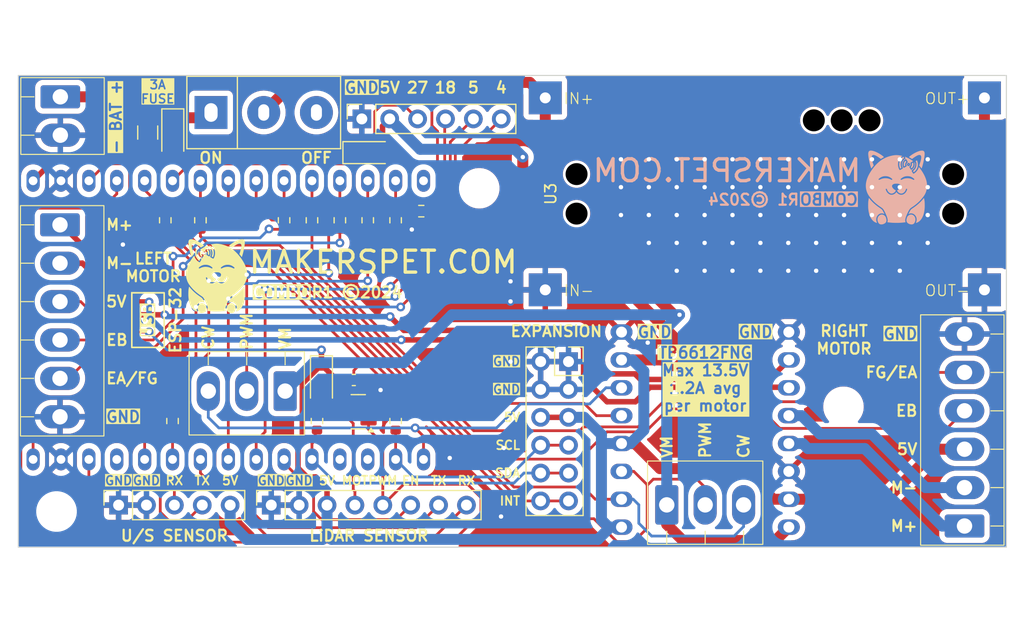
<source format=kicad_pcb>
(kicad_pcb (version 20240108) (generator "pcbnew") (generator_version "8.0")
  (title_block (title "ESP32 Combo PCB") (date "2024-04-05") (rev "0.1.0") (company "makerspet.com"))
  (layers (0 "F.Cu" signal) (31 "B.Cu" signal) (34 "B.Paste" user) (35 "F.Paste" user) (36 "B.SilkS" user "B.Silkscreen") (37 "F.SilkS" user "F.Silkscreen") (38 "B.Mask" user) (39 "F.Mask" user) (44 "Edge.Cuts" user))
  (net 0 "")
  (net 1 "+5V")
  (net 2 "GND")
  (net 3 "Net-(D1-K)")
  (net 4 "Net-(D2-K)")
  (net 5 "Net-(D2-A)")
  (net 6 "/MOT")
  (net 7 "Vdrive")
  (net 8 "/M+LEFT")
  (net 9 "/M-LEFT")
  (net 10 "/EB_LEFT")
  (net 11 "/EA_LEFT_FG")
  (net 12 "/M+RIGHT")
  (net 13 "/M-RIGHT")
  (net 14 "/EB_RIGHT")
  (net 15 "/EA_RIGHT_FG")
  (net 16 "/PWM_LEFT")
  (net 17 "/CW_LEFT")
  (net 18 "/PWM_RIGHT")
  (net 19 "/CW_RIGHT")
  (net 20 "/LDS_PWM")
  (net 21 "/LDS_RX")
  (net 22 "/LDS_EN")
  (net 23 "/GPIO12_OUT_STRAP")
  (net 24 "/I2C_SCL")
  (net 25 "/I2C_SDA")
  (net 26 "/I2C_INT")
  (net 27 "/GPIO27")
  (net 28 "/GPIO18")
  (net 29 "/GPIO5_BOOT_STRAP")
  (net 30 "/GPIO4")
  (net 31 "+3V3")
  (net 32 "/ENC_B_LEFT")
  (net 33 "/ENC_A_LEFT_FG")
  (net 34 "/GPIO39_IN")
  (net 35 "/ENC_B_RIGHT")
  (net 36 "/ENC_A_RIGHT_FG")
  (net 37 "/BAT_ADC")
  (net 38 "/LDS_TX")
  (net 40 "Net-(J1-Pin_1)")
  (net 41 "Net-(J6-Pin_3)")
  (net 42 "Net-(J9-Pin_7)")
  (footprint "Resistor_SMD:R_0603_1608Metric" (layer "F.Cu") (at 53.3908 43.2 90)
    (property "Reference" "R10" (hide yes))
    (property "Value" "10k")
  )
  (footprint "Resistor_SMD:R_0603_1608Metric" (layer "F.Cu") (at 67.2084 61.5 -90)
    (property "Reference" "R9" (hide yes))
    (property "Value" "10k")
  )
  (footprint "Resistor_SMD:R_0603_1608Metric" (layer "F.Cu") (at 69.2912 43.2 -90)
    (property "Reference" "R2" (hide yes))
    (property "Value" "10k")
  )
  (footprint "Makerspet:Terminal_Block_2p_3.5mm_SideEntry" (layer "F.Cu") (at 43.8306 31.9454 -90)
    (property "Reference" "J1" (hide yes))
    (property "Value" "TERM BLK 3.5MM 2P SIDE")
  )
  (footprint "Makerspet:SWITCH" (layer "F.Cu") (at 62.357 33.3756)
    (property "Reference" "SW1" (hide yes))
    (property "Value" "SS12D10")
  )
  (footprint "Makerspet:Terminal_Block_6p_3.5mm_SideEntry" (layer "F.Cu") (at 43.8 43.6135 -90)
    (property "Reference" "J2" (hide yes))
    (property "Value" "TERM BLK 3.5MM 6P SIDE")
  )
  (footprint "Diode_SMD:D_SOD-123F" (layer "F.Cu") (at 67.6148 57.7596 -90)
    (property "Reference" "D3" (hide yes))
    (property "Value" "FS26")
  )
  (footprint "Diode_SMD:D_SOD-123F" (layer "F.Cu") (at 71.7804 37.0332)
    (property "Reference" "D1" (hide yes))
    (property "Value" "FS26")
  )
  (footprint "Fuse:Fuse_1206_3216Metric" (layer "F.Cu") (at 51.7906 35.2044 -90)
    (property "Reference" "F1" (hide yes))
    (property "Value" "0685T3000-01")
  )
  (footprint "Resistor_SMD:R_0603_1608Metric" (layer "F.Cu") (at 76.708 42.3672)
    (property "Reference" "R5" (hide yes))
    (property "Value" "200k")
  )
  (footprint "Resistor_SMD:R_0603_1608Metric" (layer "F.Cu") (at 64.2112 43.2 -90)
    (property "Reference" "R1" (hide yes))
    (property "Value" "10k")
  )
  (footprint "MountingHole:MountingHole_3.2mm_M3" (layer "F.Cu") (at 115.1636 60.198 90)
    (property "Reference" "H2" (hide yes))
    (property "Value" "MountingHole")
  )
  (footprint "Resistor_SMD:R_0603_1608Metric" (layer "F.Cu") (at 71.8312 43.2 -90)
    (property "Reference" "R7" (hide yes))
    (property "Value" "10k")
  )
  (footprint "Connector_PinSocket_2.54mm:PinSocket_2x06_P2.54mm_Vertical" (layer "F.Cu") (at 90.1192 56.0832)
    (property "Reference" "J8" (hide yes))
    (property "Value" "SKT 2x6PIN VERT 2.54MM")
  )
  (footprint "Makerspet:TB6612FNG Module" (layer "F.Cu") (at 102.5652 62.2808 90)
    (property "Reference" "U1" (hide yes))
    (property "Value" "TB6612FNG Module")
  )
  (footprint "Resistor_SMD:R_0603_1608Metric" (layer "F.Cu") (at 54.0512 61.5 90)
    (property "Reference" "R11" (hide yes))
    (property "Value" "10k")
  )
  (footprint "Makerspet:Maker's Pet Logo 7mm" (layer "F.Cu") (at 58.0644 48.2854)
    (property "Reference" "G***" (hide yes))
    (property "Value" "LOGO" (hide yes))
  )
  (footprint "Makerspet:Terminal_Block_6p_3.5mm_SideEntry" (layer "F.Cu") (at 126.1872 71.0692 90)
    (property "Reference" "J3" (hide yes))
    (property "Value" "TERM BLK 3.5MM 6P SIDE")
  )
  (footprint "Connector_PinSocket_2.54mm:PinSocket_1x06_P2.54mm_Vertical" (layer "F.Cu") (at 71.2924 33.9602 90)
    (property "Reference" "J7" (hide yes))
    (property "Value" "HDR SKT 6PIN VERT 2.54MM")
  )
  (footprint "MountingHole:MountingHole_3.2mm_M3" (layer "F.Cu") (at 81.9912 40.2844)
    (property "Reference" "H3" (hide yes))
    (property "Value" "MountingHole")
  )
  (footprint "Makerspet:Terminal_Block_3p_3.5mm_SideEntry" (layer "F.Cu") (at 64.3076 58.7708 180)
    (property "Reference" "J4" (hide yes))
    (property "Value" "TERM BLK 3.5MM 3P SIDE")
  )
  (footprint "Resistor_SMD:R_0603_1608Metric" (layer "F.Cu") (at 66.7512 43.2 -90)
    (property "Reference" "R4" (hide yes))
    (property "Value" "10k")
  )
  (footprint "Resistor_SMD:R_0603_1608Metric" (layer "F.Cu") (at 56.5912 43.2 -90)
    (property "Reference" "R3" (hide yes))
    (property "Value" "10k")
  )
  (footprint "Diode_SMD:D_SOD-123F" (layer "F.Cu") (at 54.0766 35.2552 -90)
    (property "Reference" "D2" (hide yes))
    (property "Value" "FS26")
  )
  (footprint "Package_TO_SOT_SMD:SOT-23" (layer "F.Cu") (at 70.9676 60.6552 180)
    (property "Reference" "Q1" (hide yes))
    (property "Value" "AS2302")
  )
  (footprint "Makerspet:Terminal_Block_3p_3.5mm_SideEntry" (layer "F.Cu") (at 99.0654 69.1436)
    (property "Reference" "J5" (hide yes))
    (property "Value" "TERM BLK 3.5MM 3P SIDE")
  )
  (footprint "Resistor_SMD:R_0603_1608Metric" (layer "F.Cu") (at 74.3712 43.2 90)
    (property "Reference" "R6" (hide yes))
    (property "Value" "20k")
  )
  (footprint "Resistor_SMD:R_0603_1608Metric" (layer "F.Cu") (at 74.3712 61.5 -90)
    (property "Reference" "R8" (hide yes))
    (property "Value" "10k")
  )
  (footprint "Connector_PinSocket_2.54mm:PinSocket_1x08_P2.54mm_Vertical" (layer "F.Cu") (at 63.0428 69.1646 90)
    (property "Reference" "J9" (hide yes))
    (property "Value" "HDR SKT 8PIN VERT 2.54MM")
  )
  (footprint "Capacitor_SMD:C_0603_1608Metric" (layer "F.Cu") (at 70.5612 57.7596)
    (property "Reference" "C1" (hide yes))
    (property "Value" "22uF 6.3V")
  )
  (footprint "Makerspet:ESP-32" (layer "F.Cu") (at 59.1312 52.3)
    (property "Reference" "U2" (hide yes))
    (property "Value" "ESP32 DEV KIT Module 30-pin")
  )
  (footprint "MountingHole:MountingHole_3.2mm_M3" (layer "F.Cu") (at 43.4848 69.7484)
    (property "Reference" "H1" (hide yes))
    (property "Value" "MountingHole")
  )
  (footprint "Connector_PinSocket_2.54mm:PinSocket_1x05_P2.54mm_Vertical" (layer "F.Cu") (at 49.1386 69.1646 90)
    (property "Reference" "J6" (hide yes))
    (property "Value" "HDR SKT 5PIN VERT 2.54MM")
  )
  (footprint "Makerspet:LM2596 Module SMD" (layer "F.Cu") (at 108.0008 40.7924)
    (property "Reference" "U3")
    (property "Value" "LM2596 Module")
  )
  (footprint "Makerspet:Maker's Pet Logo 7mm" (layer "B.Cu") (at 119.9896 40.2082 180)
    (property "Reference" "G***" (hide yes))
    (property "Value" "LOGO" (hide yes))
  )
  (gr_rect (start 50.3428 49.8108) (end 53.2892 54.7892) (stroke (width 0.15)) (fill none) (layer "F.SilkS"))
  (gr_rect (start 40 30) (end 130 73) (stroke (width 0.1)) (fill none) (layer "Edge.Cuts"))
  (gr_text "COMBO  " (at 116.586 41.91 0) (layer "B.SilkS" knockout) (effects (font (size 1 1) (thickness 0.2) (bold yes)) (justify left bottom mirror)))
  (gr_text "R1 ©2024" (at 111.2266 41.91 0) (layer "B.SilkS") (effects (font (size 1 1) (thickness 0.2) (bold yes)) (justify left bottom mirror)))
  (gr_text "MAKERSPET.COM" (at 116.9416 39.8526 0) (layer "B.SilkS") (effects (font (size 2 2) (thickness 0.3)) (justify left bottom mirror)))
  (gr_text "GND" (at 71.2924 31.6992 0) (layer "F.SilkS" knockout) (effects (font (size 1 1) (thickness 0.2) (bold yes)) (justify bottom)))
  (gr_text "5V" (at 47.9 50.6135 0) (layer "F.SilkS") (effects (font (size 1 1) (thickness 0.2) (bold yes)) (justify left)))
  (gr_text "U/S SENSOR" (at 54.2186 72.5424 0) (layer "F.SilkS") (effects (font (size 1 1) (thickness 0.2) (bold yes)) (justify bottom)))
  (gr_text "RX" (at 54.2186 67.4 0) (layer "F.SilkS") (effects (font (size 0.8 0.8) (thickness 0.16) (bold yes)) (justify bottom)))
  (gr_text "27" (at 76.3724 31.6992 0) (layer "F.SilkS") (effects (font (size 1 1) (thickness 0.2) (bold yes)) (justify bottom)))
  (gr_text "GND" (at 63.0428 67.4 0) (layer "F.SilkS" knockout) (effects (font (size 0.8 0.8) (thickness 0.16) (bold yes)) (justify bottom)))
  (gr_text "CW" (at 57.3076 55.1 90) (layer "F.SilkS") (effects (font (size 1 1) (thickness 0.2) (bold yes)) (justify left)))
  (gr_text "EA/FG" (at 47.9 57.6135 0) (layer "F.SilkS") (effects (font (size 1 1) (thickness 0.2) (bold yes)) (justify left)))
  (gr_text "LEFT\nMOTOR" (at 52.3 47.5 0) (layer "F.SilkS") (effects (font (size 1 1) (thickness 0.2) (bold yes))))
  (gr_text "VM" (at 64.3076 55.1 90) (layer "F.SilkS") (effects (font (size 1 1) (thickness 0.2) (bold yes)) (justify left)))
  (gr_text "M+" (at 47.9 43.6135 0) (layer "F.SilkS") (effects (font (size 1 1) (thickness 0.2) (bold yes)) (justify left)))
  (gr_text "M+" (at 122 71.0692 0) (layer "F.SilkS") (effects (font (size 1 1) (thickness 0.2) (bold yes)) (justify right)))
  (gr_text "VM" (at 99.0654 65 90) (layer "F.SilkS") (effects (font (size 1 1) (thickness 0.2) (bold yes)) (justify left)))
  (gr_text "RX" (at 80.8228 67.4 0) (layer "F.SilkS") (effects (font (size 0.8 0.8) (thickness 0.16) (bold yes)) (justify bottom)))
  (gr_text "3A\nFUSE" (at 52.7 32.6 0) (layer "F.SilkS" knockout) (effects (font (size 0.8 0.8) (thickness 0.15) (bold yes)) (justify bottom)))
  (gr_text "SCL" (at 85.8 63.7032 0) (layer "F.SilkS") (effects (font (size 0.8 0.8) (thickness 0.16) (bold yes)) (justify right)))
  (gr_text "Max 13.5V\n1.2A avg\nper motor" (at 102.5652 58.5 0) (layer "F.SilkS" knockout) (effects (font (size 1 1) (thickness 0.2) (bold yes))))
  (gr_text "INT" (at 85.8 68.7832 0) (layer "F.SilkS") (effects (font (size 0.8 0.8) (thickness 0.16) (bold yes)) (justify right)))
  (gr_text "FG/EA" (at 122 57.0692 0) (layer "F.SilkS") (effects (font (size 1 1) (thickness 0.2) (bold yes)) (justify right)))
  (gr_text "OFF" (at 67.157 38.1 0) (layer "F.SilkS") (effects (font (size 1 1) (thickness 0.2) (bold yes)) (justify bottom)))
  (gr_text "GND" (at 65.5828 67.4 0) (layer "F.SilkS" knockout) (effects (font (size 0.8 0.8) (thickness 0.16) (bold yes)) (justify bottom)))
  (gr_text "R1 ©2024" (at 66.5988 50.3682 0) (layer "F.SilkS") (effects (font (size 1 1) (thickness 0.2) (bold yes)) (justify left bottom)))
  (gr_text "5V" (at 122 64.0692 0) (layer "F.SilkS") (effects (font (size 1 1) (thickness 0.2) (bold yes)) (justify right)))
  (gr_text "- BAT +" (at 49.4792 37.2364 90) (layer "F.SilkS" knockout) (effects (font (size 1 1) (thickness 0.2) (bold yes)) (justify left bottom)))
  (gr_text "TX" (at 56.7586 67.4 0) (layer "F.SilkS") (effects (font (size 0.8 0.8) (thickness 0.16) (bold yes)) (justify bottom)))
  (gr_text "MOT" (at 70.6628 67.4 0) (layer "F.SilkS") (effects (font (size 0.8 0.8) (thickness 0.16) (bold yes)) (justify bottom)))
  (gr_text "EN" (at 75.7428 67.4 0) (layer "F.SilkS") (effects (font (size 0.8 0.8) (thickness 0.16) (bold yes)) (justify bottom)))
  (gr_text "PWM" (at 60.8076 55.1 90) (layer "F.SilkS") (effects (font (size 1 1) (thickness 0.2) (bold yes)) (justify left)))
  (gr_text "PWM" (at 73.2028 67.4 0) (layer "F.SilkS") (effects (font (size 0.8 0.8) (thickness 0.16) (bold yes)) (justify bottom)))
  (gr_text "SDA" (at 85.8 66.2432 0) (layer "F.SilkS") (effects (font (size 0.8 0.8) (thickness 0.16) (bold yes)) (justify right)))
  (gr_text "COMBO  " (at 61.2394 50.3682 0) (layer "F.SilkS" knockout) (effects (font (size 1 1) (thickness 0.2) (bold yes)) (justify left bottom)))
  (gr_text "5V" (at 85.8 61.1632 0) (layer "F.SilkS") (effects (font (size 0.8 0.8) (thickness 0.16) (bold yes)) (justify right)))
  (gr_text "M-" (at 122 67.5692 0) (layer "F.SilkS") (effects (font (size 1 1) (thickness 0.2) (bold yes)) (justify right)))
  (gr_text "GND" (at 85.8 58.6232 0) (layer "F.SilkS" knockout) (effects (font (size 0.8 0.8) (thickness 0.16) (bold yes)) (justify right)))
  (gr_text "LiDAR SENSOR" (at 71.9328 72.5424 0) (layer "F.SilkS") (effects (font (size 1 1) (thickness 0.2) (bold yes)) (justify bottom)))
  (gr_text "5V" (at 68.1228 67.4 0) (layer "F.SilkS") (effects (font (size 0.8 0.8) (thickness 0.16) (bold yes)) (justify bottom)))
  (gr_text "EXPANSION" (at 84.7344 53.8988 0) (layer "F.SilkS") (effects (font (size 1 1) (thickness 0.2) (bold yes)) (justify left bottom)))
  (gr_text "GND" (at 51.6786 67.4 0) (layer "F.SilkS" knockout) (effects (font (size 0.8 0.8) (thickness 0.16) (bold yes)) (justify bottom)))
  (gr_text "GND" (at 122 53.5692 0) (layer "F.SilkS" knockout) (effects (font (size 1 1) (thickness 0.2) (bold yes)) (justify right)))
  (gr_text "USB" (at 51.816 52.3 90) (layer "F.SilkS" knockout) (effects (font (size 1 1) (thickness 0.2) (bold yes))))
  (gr_text "M-" (at 47.9 47.1135 0) (layer "F.SilkS") (effects (font (size 1 1) (thickness 0.2) (bold yes)) (justify left)))
  (gr_text "GND" (at 85.8 56.0832 0) (layer "F.SilkS" knockout) (effects (font (size 0.8 0.8) (thickness 0.16) (bold yes)) (justify right)))
  (gr_text "18" (at 78.9124 31.6992 0) (layer "F.SilkS") (effects (font (size 1 1) (thickness 0.2) (bold yes)) (justify bottom)))
  (gr_text "PWM" (at 102.5654 65 90) (layer "F.SilkS") (effects (font (size 1 1) (thickness 0.2) (bold yes)) (justify left)))
  (gr_text "4" (at 83.9924 31.6992 0) (layer "F.SilkS") (effects (font (size 1 1) (thickness 0.2) (bold yes)) (justify bottom)))
  (gr_text "CW" (at 106.0654 65 90) (layer "F.SilkS") (effects (font (size 1 1) (thickness 0.2) (bold yes)) (justify left)))
  (gr_text "EB" (at 122 60.5692 0) (layer "F.SilkS") (effects (font (size 1 1) (thickness 0.2) (bold yes)) (justify right)))
  (gr_text "5" (at 81.4524 31.6992 0) (layer "F.SilkS") (effects (font (size 1 1) (thickness 0.2) (bold yes)) (justify bottom)))
  (gr_text "TX" (at 78.2828 67.4 0) (layer "F.SilkS") (effects (font (size 0.8 0.8) (thickness 0.16) (bold yes)) (justify bottom)))
  (gr_text "5V" (at 59.2986 67.4 0) (layer "F.SilkS") (effects (font (size 0.8 0.8) (thickness 0.16) (bold yes)) (justify bottom)))
  (gr_text "GND" (at 49.1386 67.4 0) (layer "F.SilkS" knockout) (effects (font (size 0.8 0.8) (thickness 0.16) (bold yes)) (justify bottom)))
  (gr_text "ON" (at 57.557 38.1 0) (layer "F.SilkS") (effects (font (size 1 1) (thickness 0.2) (bold yes)) (justify bottom)))
  (gr_text "EB" (at 47.9 54.1135 0) (layer "F.SilkS") (effects (font (size 1 1) (thickness 0.2) (bold yes)) (justify left)))
  (gr_text "MAKERSPET.COM" (at 60.8584 48.1838 0) (layer "F.SilkS") (effects (font (size 2 2) (thickness 0.3)) (justify left bottom)))
  (gr_text "RIGHT\nMOTOR" (at 115.2144 54.102 0) (layer "F.SilkS") (effects (font (size 1 1) (thickness 0.2) (bold yes))))
  (gr_text "GND" (at 47.9 61.1135 0) (layer "F.SilkS" knockout) (effects (font (size 1 1) (thickness 0.2) (bold yes)) (justify left)))
  (gr_text "5V" (at 73.8324 31.6992 0) (layer "F.SilkS") (effects (font (size 1 1) (thickness 0.2) (bold yes)) (justify bottom)))
  (segment (start 73.1804 37.0332) (end 73.1804 34.6122) (width 0.5) (layer "F.Cu") (net 1))
  (segment (start 85.9536 37.4396) (end 85.9536 43.2308) (width 1) (layer "F.Cu") (net 1))
  (segment (start 128.0008 43.8556) (end 121.4628 50.3936) (width 1) (layer "F.Cu") (net 1))
  (segment (start 65.4812 63.62) (end 65.8714 63.2298) (width 0.5) (layer "F.Cu") (net 1))
  (segment (start 98.4504 65.8368) (end 96.1644 63.5508) (width 1) (layer "F.Cu") (net 1))
  (segment (start 68.1228 67.6228) (end 67.1 66.6) (width 0.5) (layer "F.Cu") (net 1))
  (segment (start 66.3 66.6) (end 65.4812 65.7812) (width 0.5) (layer "F.Cu") (net 1))
  (segment (start 48.4614 53.389) (end 45.6859 50.6135) (width 0.25) (layer "F.Cu") (net 1))
  (segment (start 67.6148 56.3596) (end 67.6148 55.0164) (width 0.5) (layer "F.Cu") (net 1))
  (segment (start 65.8714 63.2298) (end 65.8714 58.103) (width 0.5) (layer "F.Cu") (net 1))
  (segment (start 119.0752 68.6308) (end 123.6368 64.0692) (width 1) (layer "F.Cu") (net 1))
  (segment (start 92.1004 46.228) (end 100.1776 54.3052) (width 1) (layer "F.Cu") (net 1))
  (segment (start 51.9176 53.389) (end 48.4614 53.389) (width 0.25) (layer "F.Cu") (net 1))
  (segment (start 69.7862 57.7596) (end 69.0148 57.7596) (width 0.5) (layer "F.Cu") (net 1))
  (segment (start 110.1852 68.6308) (end 108.7628 68.6308) (width 1) (layer "F.Cu") (net 1))
  (segment (start 108.7628 68.6308) (end 108.1024 67.9704) (width 1) (layer "F.Cu") (net 1))
  (segment (start 73.1804 34.6122) (end 73.8324 33.9602) (width 0.5) (layer "F.Cu") (net 1))
  (segment (start 67.1 66.6) (end 66.3 66.6) (width 0.5) (layer "F.Cu") (net 1))
  (segment (start 96.1644 63.5508) (end 94.9452 63.5508) (width 1) (layer "F.Cu") (net 1))
  (segment (start 90.1192 61.1632) (end 87.5792 61.1632) (width 0.5) (layer "F.Cu") (net 1))
  (segment (start 108.1024 67.9704) (end 108.1024 67.31) (width 1) (layer "F.Cu") (net 1))
  (segment (start 85.9536 43.2308) (end 88.9508 46.228) (width 1) (layer "F.Cu") (net 1))
  (segment (start 65.4812 65.7812) (end 65.4812 63.62) (width 0.5) (layer "F.Cu") (net 1))
  (segment (start 121.4628 50.3936) (end 104.0892 50.3936) (width 1) (layer "F.Cu") (net 1))
  (segment (start 128.0008 32.0424) (end 128.0008 43.8556) (width 1) (layer "F.Cu") (net 1))
  (segment (start 106.6292 65.8368) (end 98.4504 65.8368) (width 1) (layer "F.Cu") (net 1))
  (segment (start 123.6368 64.0692) (end 126.1872 64.0692) (width 1) (layer "F.Cu") (net 1))
  (segment (start 65.8714 58.103) (end 67.6148 56.3596) (width 0.5) (layer "F.Cu") (net 1))
  (segment (start 94.9452 55.9308) (end 98.552 55.9308) (width 1) (layer "F.Cu") (net 1))
  (segment (start 45.6859 50.6135) (end 43.8 50.6135) (width 0.25) (layer "F.Cu") (net 1))
  (segment (start 88.9508 46.228) (end 92.1004 46.228) (width 1) (layer "F.Cu") (net 1))
  (segment (start 108.1024 67.31) (end 106.6292 65.8368) (width 1) (layer "F.Cu") (net 1))
  (segment (start 110.1852 68.6308) (end 119.0752 68.6308) (width 1) (layer "F.Cu") (net 1))
  (segment (start 69.0148 57.7596) (end 67.6148 56.3596) (width 0.5) (layer "F.Cu") (net 1))
  (segment (start 98.552 55.9308) (end 104.0892 50.3936) (width 1) (layer "F.Cu") (net 1))
  (segment (start 68.1228 69.1646) (end 68.1228 67.6228) (width 0.5) (layer "F.Cu") (net 1))
  (via (at 67.6148 55.0164) (size 0.8) (drill 0.4) (layers "F.Cu" "B.Cu") (net 1))
  (via (at 85.9536 37.4396) (size 0.8) (drill 0.4) (layers "F.Cu" "B.Cu") (net 1))
  (via (at 51.9176 53.389) (size 0.8) (drill 0.4) (layers "F.Cu" "B.Cu") (net 1))
  (segment (start 95.9612 55.9308) (end 96.9772 56.9468) (width 1) (layer "B.Cu") (net 1))
  (segment (start 93.1164 62.738) (end 93.1164 63.5508) (width 1) (layer "B.Cu") (net 1))
  (segment (start 94.9452 55.9308) (end 95.9612 55.9308) (width 1) (layer "B.Cu") (net 1))
  (segment (start 93.1164 63.5508) (end 93.1164 70.5104) (width 1) (layer "B.Cu") (net 1))
  (segment (start 85.9536 37.4396) (end 85.2424 36.7284) (width 1) (layer "B.Cu") (net 1))
  (segment (start 67.7 72.3) (end 68.1228 71.8772) (width 1) (layer "B.Cu") (net 1))
  (segment (start 53.5432 55.0164) (end 67.6148 55.0164) (width 0.25) (layer "B.Cu") (net 1))
  (segment (start 60.8 72.3) (end 67.7 72.3) (width 1) (layer "B.Cu") (net 1))
  (segment (start 93.9292 71.1708) (end 94.9452 71.1708) (width 1) (layer "B.Cu") (net 1))
  (segment (start 51.9176 53.3908) (end 53.5432 55.0164) (width 0.25) (layer "B.Cu") (net 1))
  (segment (start 91.5416 61.1632) (end 93.1164 62.738) (width 1) (layer "B.Cu") (net 1))
  (segment (start 59.2986 70.7986) (end 60.8 72.3) (width 1) (layer "B.Cu") (net 1))
  (segment (start 76.6006 36.7284) (end 73.8324 33.9602) (width 1) (layer "B.Cu") (net 1))
  (segment (start 85.2424 36.7284) (end 76.6006 36.7284) (width 1) (layer "B.Cu") (net 1))
  (segment (start 68.534 72.2884) (end 92.8116 72.2884) (width 1) (layer "B.Cu") (net 1))
  (segment (start 51.9176 53.389) (end 51.9176 53.3908) (width 0.25) (layer "B.Cu") (net 1))
  (segment (start 96.9772 56.9468) (end 96.9772 62.3316) (width 1) (layer "B.Cu") (net 1))
  (segment (start 59.2986 69.1646) (end 59.2986 70.7986) (width 1) (layer "B.Cu") (net 1))
  (segment (start 96.9772 62.3316) (end 95.758 63.5508) (width 1) (layer "B.Cu") (net 1))
  (segment (start 92.8116 72.2884) (end 93.9292 71.1708) (width 1) (layer "B.Cu") (net 1))
  (segment (start 94.9452 63.5508) (end 93.1164 63.5508) (width 1) (layer "B.Cu") (net 1))
  (segment (start 90.1192 61.1632) (end 91.5416 61.1632) (width 1) (layer "B.Cu") (net 1))
  (segment (start 68.1228 71.8772) (end 68.534 72.2884) (width 1) (layer "B.Cu") (net 1))
  (segment (start 68.1228 71.8772) (end 68.1228 69.1646) (width 1) (layer "B.Cu") (net 1))
  (segment (start 68.1228 70.4596) (end 68.1228 71.8772) (width 1) (layer "B.Cu") (net 1))
  (segment (start 68.1228 69.1646) (end 68.1228 70.4596) (width 0.5) (layer "B.Cu") (net 1))
  (segment (start 95.758 63.5508) (end 94.9452 63.5508) (width 1) (layer "B.Cu") (net 1))
  (segment (start 93.1164 70.5104) (end 93.7768 71.1708) (width 1) (layer "B.Cu") (net 1))
  (segment (start 93.7768 71.1708) (end 94.9452 71.1708) (width 0.5) (layer "B.Cu") (net 1))
  (segment (start 71.9051 59.7052) (end 71.9051 58.6232) (width 0.25) (layer "F.Cu") (net 2))
  (segment (start 75.8444 44.0436) (end 75.8258 44.025) (width 0.25) (layer "F.Cu") (net 2))
  (segment (start 74.3712 44.025) (end 75.8444 44.0436) (width 0.25) (layer "F.Cu") (net 2))
  (segment (start 71.9051 58.6232) (end 71.9051 58.3285) (width 0.25) (layer "F.Cu") (net 2))
  (segment (start 72.9996 58.674) (end 71.9559 58.674) (width 0.25) (layer "F.Cu") (net 2))
  (segment (start 71.9051 58.3285) (end 71.3362 57.7596) (width 0.25) (layer "F.Cu") (net 2))
  (segment (start 63.0428 69.216396) (end 63.0428 69.1646) (width 0.25) (layer "F.Cu") (net 2))
  (via (at 117.7544 47.8028) (size 0.8) (drill 0.4) (layers "F.Cu" "B.Cu") (net 2))
  (via (at 99.9744 45.2628) (size 0.8) (drill 0.4) (layers "F.Cu" "B.Cu") (net 2))
  (via (at 84.836 56.0832) (size 0.8) (drill 0.4) (layers "F.Cu" "B.Cu") (net 2))
  (via (at 115.2144 40.1828) (size 0.8) (drill 0.4) (layers "F.Cu" "B.Cu") (net 2))
  (via (at 102.5144 40.1828) (size 0.8) (drill 0.4) (layers "F.Cu" "B.Cu") (net 2))
  (via (at 99.9744 37.6428) (size 0.8) (drill 0.4) (layers "F.Cu" "B.Cu") (net 2))
  (via (at 107.5944 42.7228) (size 0.8) (drill 0.4) (layers "F.Cu" "B.Cu") (net 2))
  (via (at 84.2264 63.9572) (size 0.8) (drill 0.4) (layers "F.Cu" "B.Cu") (net 2))
  (via (at 112.6744 47.8028) (size 0.8) (drill 0.4) (layers "F.Cu" "B.Cu") (net 2))
  (via (at 99.9744 42.7228) (size 0.8) (drill 0.4) (layers "F.Cu" "B.Cu") (net 2))
  (via (at 84.836 50.5968) (size 0.8) (drill 0.4) (layers "F.Cu" "B.Cu") (net 2))
  (via (at 120.2944 40.1828) (size 0.8) (drill 0.4) (layers "F.Cu" "B.Cu") (net 2))
  (via (at 112.6744 37.6428) (size 0.8) (drill 0.4) (layers "F.Cu" "B.Cu") (net 2))
  (via (at 99.9744 40.1828) (size 0.8) (drill 0.4) (layers "F.Cu" "B.Cu") (net 2))
  (via (at 110.1344 42.7228) (size 0.8) (drill 0.4) (layers "F.Cu" "B.Cu") (net 2))
  (via (at 107.5944 40.1828) (size 0.8) (drill 0.4) (layers "F.Cu" "B.Cu") (net 2))
  (via (at 94.8944 40.1828) (size 0.8) (drill 0.4) (layers "F.Cu" "B.Cu") (net 2))
  (via (at 102.5144 47.8028) (size 0.8) (drill 0.4) (layers "F.Cu" "B.Cu") (net 2))
  (via (at 79.2988 64.8716) (size 0.8) (drill 0.4) (layers "F.Cu" "B.Cu") (net 2))
  (via (at 102.5144 42.7228) (size 0.8) (drill 0.4) (layers "F.Cu" "B.Cu") (net 2))
  (via (at 107.5944 37.6428) (size 0.8) (drill 0.4) (layers "F.Cu" "B.Cu") (net 2))
  (via (at 99.9744 47.8028) (size 0.8) (drill 0.4) (layers "F.Cu" "B.Cu") (net 2))
  (via (at 49.53 45.4152) (size 0.8) (drill 0.4) (layers "F.Cu" "B.Cu") (net 2))
  (via (at 115.2144 45.2628) (size 0.8) (drill 0.4) (layers "F.Cu" "B.Cu") (net 2))
  (via (at 97.4344 40.1828) (size 0.8) (drill 0.4) (layers "F.Cu" "B.Cu") (net 2))
  (via (at 105.0544 40.1828) (size 0.8) (drill 0.4) (layers "F.Cu" "B.Cu") (net 2))
  (via (at 112.6744 40.1828) (size 0.8) (drill 0.4) (layers "F.Cu" "B.Cu") (net 2))
  (via (at 105.0544 37.6428) (size 0.8) (drill 0.4) (layers "F.Cu" "B.Cu") (net 2))
  (via (at 75.8444 44.0436) (size 0.8) (drill 0.4) (layers "F.Cu" "B.Cu") (net 2))
  (via (at 112.6744 42.7228) (size 0.8) (drill 0.4) (layers "F.Cu" "B.Cu") (net 2))
  (via (at 97.4344 37.6428) (size 0.8) (drill 0.4) (layers "F.Cu" "B.Cu") (net 2))
  (via (at 110.1344 47.8028) (size 0.8) (drill 0.4) (layers "F.Cu" "B.Cu") (net 2))
  (via (at 115.2144 37.6428) (size 0.8) (drill 0.4) (layers "F.Cu" "B.Cu") (net 2))
  (via (at 117.7544 45.2628) (size 0.8) (drill 0.4) (layers "F.Cu" "B.Cu") (net 2))
  (via (at 97.4344 42.7228) (size 0.8) (drill 0.4) (layers "F.Cu" "B.Cu") (net 2))
  (via (at 72.9996 58.674) (size 0.8) (drill 0.4) (layers "F.Cu" "B.Cu") (net 2))
  (via (at 115.2144 42.7228) (size 0.8) (drill 0.4) (layers "F.Cu" "B.Cu") (net 2))
  (via (at 94.8944 42.7228) (size 0.8) (drill 0.4) (layers "F.Cu" "B.Cu") (net 2))
  (via (at 122.8344 42.7228) (size 0.8) (drill 0.4) (layers "F.Cu" "B.Cu") (net 2))
  (via (at 105.0544 42.7228) (size 0.8) (drill 0.4) (layers "F.Cu" "B.Cu") (net 2))
  (via (at 117.7544 37.6428) (size 0.8) (drill 0.4) (layers "F.Cu" "B.Cu") (net 2))
  (via (at 102.5144 45.2628) (size 0.8) (drill 0.4) (layers "F.Cu" "B.Cu") (net 2))
  (via (at 94.8944 37.6428) (size 0.8) (drill 0.4) (layers "F.Cu" "B.Cu") (net 2))
  (via (at 117.7544 40.1828) (size 0.8) (drill 0.4) (layers "F.Cu" "B.Cu") (net 2))
  (via (at 105.0544 45.2628) (size 0.8) (drill 0.4) (layers "F.Cu" "B.Cu") (net 2))
  (via (at 120.2944 47.8028) (size 0.8) (drill 0.4) (layers "F.Cu" "B.Cu") (net 2))
  (via (at 84.836 48.768) (size 0.8) (drill 0.4) (layers "F.Cu" "B.Cu") (net 2))
  (via (at 120.2944 45.2628) (size 0.8) (drill 0.4) (layers "F.Cu" "B.Cu") (net 2))
  (via (at 117.7544 42.7228) (size 0.8) (drill 0.4) (layers "F.Cu" "B.Cu") (net 2))
  (via (at 120.2944 37.6428) (size 0.8) (drill 0.4) (layers "F.Cu" "B.Cu") (net 2))
  (via (at 97.4344 45.2628) (size 0.8) (drill 0.4) (layers "F.Cu" "B.Cu") (net 2))
  (via (at 122.8344 40.1828) (size 0.8) (drill 0.4) (layers "F.Cu" "B.Cu") (net 2))
  (via (at 97.3328 54.356) (size 0.8) (drill 0.4) (layers "F.Cu" "B.Cu") (net 2))
  (via (at 105.0544 47.8028) (size 0.8) (drill 0.4) (layers "F.Cu" "B.Cu") (net 2))
  (via (at 122.8344 45.2628) (size 0.8) (drill 0.4) (layers "F.Cu" "B.Cu") (net 2))
  (via (at 112.6744 45.2628) (size 0.8) (drill 0.4) (layers "F.Cu" "B.Cu") (net 2))
  (via (at 110.1344 45.2628) (size 0.8) (drill 0.4) (layers "F.Cu" "B.Cu") (net 2))
  (via (at 107.5944 45.2628) (size 0.8) (drill 0.4) (layers "F.Cu" "B.Cu") (net 2))
  (via (at 120.2944 42.7228) (size 0.8) (drill 0.4) (layers "F.Cu" "B.Cu") (net 2))
  (via (at 107.5944 47.8028) (size 0.8) (drill 0.4) (layers "F.Cu" "B.Cu") (net 2))
  (via (at 115.2144 47.8028) (size 0.8) (drill 0.4) (layers "F.Cu" "B.Cu") (net 2))
  (via (at 122.8344 37.6428) (size 0.8) (drill 0.4) (layers "F.Cu" "B.Cu") (net 2))
  (via (at 83.9724 70.2056) (size 0.8) (drill 0.4) (layers "F.Cu" "B.Cu") (net 2))
  (via (at 110.1344 40.1828) (size 0.8) (drill 0.4) (layers "F.Cu" "B.Cu") (net 2))
  (via (at 102.5144 37.6428) (size 0.8) (drill 0.4) (layers "F.Cu" "B.Cu") (net 2))
  (via (at 110.1344 37.6428) (size 0.8) (drill 0.4) (layers "F.Cu" "B.Cu") (net 2))
  (segment (start 56.8452 37.0332) (end 70.3804 37.0332) (width 0.5) (layer "F.Cu") (net 3))
  (segment (start 55.0164 35.2044) (end 56.8452 37.0332) (width 0.5) (layer "F.Cu") (net 3))
  (segment (start 41.3512 39.6) (end 43.3592 37.592) (width 0.5) (layer "F.Cu") (net 3))
  (segment (start 47.8028 35.2044) (end 55.0164 35.2044) (width 0.5) (layer "F.Cu") (net 3))
  (segment (start 43.3592 37.592) (end 45.4152 37.592) (width 0.5) (layer "F.Cu") (net 3))
  (segment (start 45.4152 37.592) (end 47.8028 35.2044) (width 0.5) (layer "F.Cu") (net 3))
  (segment (start 57.0774 33.8552) (end 57.557 33.3756) (width 1) (layer "F.Cu") (net 4))
  (segment (start 54.0766 33.8552) (end 57.0774 33.8552) (width 1) (layer "F.Cu") (net 4))
  (segment (start 51.7906 36.6044) (end 54.0258 36.6044) (width 1) (layer "F.Cu") (net 5))
  (segment (start 54.0258 36.6044) (end 54.0766 36.6552) (width 1) (layer "F.Cu") (net 5))
  (segment (start 70.6628 69.1646) (end 70.6628 67.9196) (width 0.25) (layer "F.Cu") (net 6))
  (segment (start 70.0301 61.2417) (end 70.0301 60.6552) (width 0.25) (layer "F.Cu") (net 6))
  (segment (start 70.5104 67.7672) (end 70.5104 61.722) (width 0.25) (layer "F.Cu") (net 6))
  (segment (start 70.5104 61.722) (end 70.0301 61.2417) (width 0.25) (layer "F.Cu") (net 6))
  (segment (start 69.1104 60.6552) (end 67.6148 59.1596) (width 0.25) (layer "F.Cu") (net 6))
  (segment (start 70.6628 67.9196) (end 70.5104 67.7672) (width 0.25) (layer "F.Cu") (net 6))
  (segment (start 70.0301 60.6552) (end 69.1104 60.6552) (width 0.25) (layer "F.Cu") (net 6))
  (segment (start 99.7204 51.816) (end 92.456 44.5516) (width 1) (layer "F.Cu") (net 7))
  (segment (start 78.1812 35.080701) (end 77.6732 34.572701) (width 0.25) (layer "F.Cu") (net 7))
  (segment (start 77.6732 34.572701) (end 77.6732 30.6324) (width 0.25) (layer "F.Cu") (net 7))
  (segment (start 108.966 72.39) (end 110.1852 71.1708) (width 1) (layer "F.Cu") (net 7))
  (segment (start 77.533 42.3672) (end 78.1812 41.719) (width 0.25) (layer "F.Cu") (net 7))
  (segment (start 92.456 44.5516) (end 89.5604 44.5516) (width 1) (layer "F.Cu") (net 7))
  (segment (start 99.0654 70.9222) (end 100.5332 72.39) (width 1) (layer "F.Cu") (net 7))
  (segment (start 65.1002 30.6324) (end 77.6732 30.6324) (width 1) (layer "F.Cu") (net 7))
  (segment (start 100.5332 72.39) (end 108.966 72.39) (width 1) (layer "F.Cu") (net 7))
  (segment (start 88.0008 42.992) (end 88.0008 32.0424) (width 1) (layer "F.Cu") (net 7))
  (segment (start 77.6732 30.6324) (end 86.5908 30.6324) (width 1) (layer "F.Cu") (net 7))
  (segment (start 78.1812 41.719) (end 78.1812 35.080701) (width 0.25) (layer "F.Cu") (net 7))
  (segment (start 100.2284 51.816) (end 99.7204 51.816) (width 1) (layer "F.Cu") (net 7))
  (segment (start 86.5908 30.6324) (end 88.0008 32.0424) (width 1) (layer "F.Cu") (net 7))
  (segment (start 110.1989 71.1845) (end 110.1852 71.1708) (width 1) (layer "F.Cu") (net 7))
  (segment (start 62.357 33.3756) (end 65.1002 30.6324) (width 1) (layer "F.Cu") (net 7))
  (segment (start 89.5604 44.5516) (end 88.0008 42.992) (width 1) (layer "F.Cu") (net 7))
  (segment (start 99.0654 69.1436) (end 99.0654 70.9222) (width 1) (layer "F.Cu") (net 7))
  (via (at 100.2284 51.816) (size 0.8) (drill 0.4) (layers "F.Cu" "B.Cu") (net 7))
  (segment (start 100.2284 51.816) (end 79.502 51.816) (width 1) (layer "B.Cu") (net 7))
  (segment (start 66.8936 56.1848) (end 64.3076 58.7708) (width 1) (layer "B.Cu") (net 7))
  (segment (start 100.2284 51.816) (end 99.0654 52.979) (width 1) (layer "B.Cu") (net 7))
  (segment (start 79.502 51.816) (end 75.1332 56.1848) (width 1) (layer "B.Cu") (net 7))
  (segment (start 99.1054 52.939) (end 99.0654 52.939) (width 1) (layer "B.Cu") (net 7))
  (segment (start 100.2284 51.816) (end 99.1054 52.939) (width 1) (layer "B.Cu") (net 7))
  (segment (start 75.1332 56.1848) (end 66.8936 56.1848) (width 1) (layer "B.Cu") (net 7))
  (segment (start 99.0654 52.979) (end 99.0654 69.1436) (width 1) (layer "B.Cu") (net 7))
  (segment (start 91.4908 54.8132) (end 91.4908 57.6072) (width 0.5) (layer "F.Cu") (net 8))
  (segment (start 96.2152 59.7408) (end 97.536 58.42) (width 0.5) (layer "F.Cu") (net 8))
  (segment (start 97.536 58.42) (end 110.1344 58.42) (width 0.5) (layer "F.Cu") (net 8))
  (segment (start 74.8792 54.102) (end 90.7796 54.102) (width 0.5) (layer "F.Cu") (net 8))
  (segment (start 51.9176 50.6476) (end 51.8668 50.6476) (width 0.5) (layer "F.Cu") (net 8))
  (segment (start 43.9691 43.6135) (end 51.0032 50.6476) (width 0.5) (layer "F.Cu") (net 8))
  (segment (start 91.4908 57.6072) (end 93.6244 59.7408) (width 0.5) (layer "F.Cu") (net 8))
  (segment (start 90.7796 54.102) (end 91.4908 54.8132) (width 0.5) (layer "F.Cu") (net 8))
  (segment (start 43.8 43.6135) (end 43.9691 43.6135) (width 0.5) (layer "F.Cu") (net 8))
  (segment (start 93.6244 59.7408) (end 96.2152 59.7408) (width 0.5) (layer "F.Cu") (net 8))
  (segment (start 110.1344 58.42) (end 110.1852 58.4708) (width 0.5) (layer "F.Cu") (net 8))
  (segment (start 51.0032 50.6476) (end 51.9176 50.6476) (width 0.5) (layer "F.Cu") (net 8))
  (via (at 51.9176 50.6476) (size 0.8) (drill 0.4) (layers "F.Cu" "B.Cu") (net 8))
  (via (at 74.8792 54.102) (size 0.8) (drill 0.4) (layers "F.Cu" "B.Cu") (net 8))
  (segment (start 54.0004 54.102) (end 51.9176 52.0192) (width 0.5) (layer "B.Cu") (net 8))
  (segment (start 51.9176 52.0192) (end 51.9176 50.6476) (width 0.5) (layer "B.Cu") (net 8))
  (segment (start 74.8792 54.102) (end 54.0004 54.102) (width 0.5) (layer "B.Cu") (net 8))
  (segment (start 91.0336 53.2384) (end 92.202 54.4068) (width 0.5) (layer "F.Cu") (net 9))
  (segment (start 45.8435 47.1135) (end 43.8 47.1135) (width 0.5) (layer "F.Cu") (net 9))
  (segment (start 73.8632 51.979599) (end 75.122001 53.2384) (width 0.5) (layer "F.Cu") (net 9))
  (segment (start 96.6724 57.7088) (end 108.4072 57.7088) (width 0.5) (layer "F.Cu") (net 9))
  (segment (start 108.4072 57.7088) (end 110.1852 55.9308) (width 0.5) (layer "F.Cu") (net 9))
  (segment (start 92.202 56.3372) (end 93.0656 57.2008) (width 0.5) (layer "F.Cu") (net 9))
  (segment (start 96.1644 57.2008) (end 96.6724 57.7088) (width 0.5) (layer "F.Cu") (net 9))
  (segment (start 75.122001 53.2384) (end 91.0336 53.2384) (width 0.5) (layer "F.Cu") (net 9))
  (segment (start 92.202 54.4068) (end 92.202 56.3372) (width 0.5) (layer "F.Cu") (net 9))
  (segment (start 93.0656 57.2008) (end 96.1644 57.2008) (width 0.5) (layer "F.Cu") (net 9))
  (segment (start 50.546 51.816) (end 45.8435 47.1135) (width 0.5) (layer "F.Cu") (net 9))
  (segment (start 53.34 51.816) (end 50.546 51.816) (width 0.5) (layer "F.Cu") (net 9))
  (via (at 73.8632 51.979599) (size 0.8) (drill 0.4) (layers "F.Cu" "B.Cu") (net 9))
  (via (at 53.34 51.816) (size 0.8) (drill 0.4) (layers "F.Cu" "B.Cu") (net 9))
  (segment (start 53.3538 51.8298) (end 53.34 51.816) (width 0.25) (layer "B.Cu") (net 9))
  (segment (start 53.503599 51.979599) (end 53.3538 51.8298) (width 0.5) (layer "B.Cu") (net 9))
  (segment (start 73.8632 51.979599) (end 53.503599 51.979599) (width 0.5) (layer "B.Cu") (net 9))
  (segment (start 43.8 54.1135) (end 52.2865 54.1135) (width 0.25) (layer "F.Cu") (net 10))
  (segment (start 54.102 52.298) (end 54.102 46.482) (width 0.25) (layer "F.Cu") (net 10))
  (segment (start 62.8718 44.025) (end 62.8396 43.9928) (width 0.25) (layer "F.Cu") (net 10))
  (segment (start 64.2112 44.025) (end 62.8718 44.025) (width 0.25) (layer "F.Cu") (net 10))
  (segment (start 52.2865 54.1135) (end 54.102 52.298) (width 0.25) (layer "F.Cu") (net 10))
  (via (at 54.102 46.482) (size 0.8) (drill 0.4) (layers "F.Cu" "B.Cu") (net 10))
  (via (at 62.8396 43.9928) (size 0.8) (drill 0.4) (layers "F.Cu" "B.Cu") (net 10))
  (segment (start 62.8396 43.9928) (end 62.0268 44.8056) (width 0.25) (layer "B.Cu") (net 10))
  (segment (start 55.2196 46.4312) (end 54.102 46.4312) (width 0.25) (layer "B.Cu") (net 10))
  (segment (start 54.102 46.4312) (end 54.102 46.482) (width 0.25) (layer "B.Cu") (net 10))
  (segment (start 62.0268 44.8056) (end 56.8452 44.8056) (width 0.25) (layer "B.Cu") (net 10))
  (segment (start 54.102 46.482) (end 54.0512 46.482) (width 0.25) (layer "B.Cu") (net 10))
  (segment (start 54.0512 46.482) (end 54.102 46.4312) (width 0.25) (layer "B.Cu") (net 10))
  (segment (start 56.8452 44.8056) (end 55.2196 46.4312) (width 0.25) (layer "B.Cu") (net 10))
  (segment (start 43.8 57.6135) (end 44.5961 57.6135) (width 0.25) (layer "F.Cu") (net 11))
  (segment (start 47.4472 54.7624) (end 52.4376 54.7624) (width 0.25) (layer "F.Cu") (net 11))
  (segment (start 69.2912 44.025) (end 69.2912 45.2628) (width 0.25) (layer "F.Cu") (net 11))
  (segment (start 55.0164 52.1836) (end 55.0164 47.3964) (width 0.25) (layer "F.Cu") (net 11))
  (segment (start 52.4376 54.7624) (end 55.0164 52.1836) (width 0.25) (layer "F.Cu") (net 11))
  (segment (start 44.5961 57.6135) (end 47.4472 54.7624) (width 0.25) (layer "F.Cu") (net 11))
  (via (at 69.2912 45.2628) (size 0.8) (drill 0.4) (layers "F.Cu" "B.Cu") (net 11))
  (via (at 55.0164 47.3964) (size 0.8) (drill 0.4) (layers "F.Cu" "B.Cu") (net 11))
  (segment (start 57.15 45.2628) (end 55.0164 47.3964) (width 0.25) (layer "B.Cu") (net 11))
  (segment (start 69.2912 45.2628) (end 57.15 45.2628) (width 0.25) (layer "B.Cu") (net 11))
  (segment (start 111.4552 63.5508) (end 111.9124 64.008) (width 1) (layer "B.Cu") (net 12))
  (segment (start 124.1552 71.0692) (end 126.1872 71.0692) (width 1) (layer "B.Cu") (net 12))
  (segment (start 117.094 64.008) (end 124.1552 71.0692) (width 1) (layer "B.Cu") (net 12))
  (segment (start 111.9124 64.008) (end 117.094 64.008) (width 1) (layer "B.Cu") (net 12))
  (segment (start 110.1852 63.5508) (end 111.4552 63.5508) (width 1) (layer "B.Cu") (net 12))
  (segment (start 113.03 62.6872) (end 117.7544 62.6872) (width 1) (layer "B.Cu") (net 13))
  (segment (start 122.6364 67.5692) (end 126.1872 67.5692) (width 1) (layer "B.Cu") (net 13))
  (segment (start 111.3536 61.0108) (end 113.03 62.6872) (width 1) (layer "B.Cu") (net 13))
  (segment (start 117.7544 62.6872) (end 122.6364 67.5692) (width 1) (layer "B.Cu") (net 13))
  (segment (start 110.1852 61.0108) (end 111.3536 61.0108) (width 1) (layer "B.Cu") (net 13))
  (segment (start 97.1278 62.4858) (end 99.2124 60.4012) (width 0.25) (layer "F.Cu") (net 14))
  (segment (start 57.404 45.466) (end 63.8048 45.466) (width 0.25) (layer "F.Cu") (net 14))
  (segment (start 124.5834 62.173) (end 126.1872 60.5692) (width 0.25) (layer "F.Cu") (net 14))
  (segment (start 83.312 64.9732) (end 91.1352 64.9732) (width 0.25) (layer "F.Cu") (net 14))
  (segment (start 56.5912 44.025) (end 56.5912 44.6532) (width 0.25) (layer "F.Cu") (net 14))
  (segment (start 99.2124 60.4012) (end 107.5944 60.4012) (width 0.25) (layer "F.Cu") (net 14))
  (segment (start 63.8048 45.466) (end 83.312 64.9732) (width 0.25) (layer "F.Cu") (net 14))
  (segment (start 107.5944 60.4012) (end 109.3662 62.173) (width 0.25) (layer "F.Cu") (net 14))
  (segment (start 93.6226 62.4858) (end 97.1278 62.4858) (width 0.25) (layer "F.Cu") (net 14))
  (segment (start 109.3662 62.173) (end 124.5834 62.173) (width 0.25) (layer "F.Cu") (net 14))
  (segment (start 91.1352 64.9732) (end 93.6226 62.4858) (width 0.25) (layer "F.Cu") (net 14))
  (segment (start 56.5912 44.6532) (end 57.404 45.466) (width 0.25) (layer "F.Cu") (net 14))
  (segment (start 98.7552 59.7408) (end 96.4602 62.0358) (width 0.25) (layer "F.Cu") (net 15))
  (segment (start 111.4044 59.7408) (end 98.7552 59.7408) (width 0.25) (layer "F.Cu") (net 15))
  (segment (start 66.7512 47.6504) (end 66.7512 44.025) (width 0.25) (layer "F.Cu") (net 15))
  (segment (start 126.1872 57.0692) (end 114.076 57.0692) (width 0.25) (layer "F.Cu") (net 15))
  (segment (start 91.4818 62.0358) (end 91.1352 62.3824) (width 0.25) (layer "F.Cu") (net 15))
  (segment (start 96.4602 62.0358) (end 91.4818 62.0358) (width 0.25) (layer "F.Cu") (net 15))
  (segment (start 91.1352 62.3824) (end 81.4832 62.3824) (width 0.25) (layer "F.Cu") (net 15))
  (segment (start 114.076 57.0692) (end 111.4044 59.7408) (width 0.25) (layer "F.Cu") (net 15))
  (segment (start 81.4832 62.3824) (end 66.7512 47.6504) (width 0.25) (layer "F.Cu") (net 15))
  (segment (start 61.6712 41.7576) (end 61.6712 39.6) (width 0.25) (layer "F.Cu") (net 16))
  (segment (start 67.3608 43.18) (end 63.0936 43.18) (width 0.25) (layer "F.Cu") (net 16))
  (segment (start 68.2752 48.0297) (end 68.2752 44.0944) (width 0.25) (layer "F.Cu") (net 16))
  (segment (start 91.5416 59.8932) (end 92.6592 61.0108) (width 0.25) (layer "F.Cu") (net 16))
  (segment (start 68.2752 44.0944) (end 67.3608 43.18) (width 0.25) (layer "F.Cu") (net 16))
  (segment (start 60.8076 58.7708) (end 60.8076 48.1584) (width 0.25) (layer "F.Cu") (net 16))
  (segment (start 74.1542 54.402305) (end 79.645095 59.8932) (width 0.25) (layer "F.Cu") (net 16))
  (segment (start 74.1542 54.3422) (end 74.1542 54.402305) (width 0.25) (layer "F.Cu") (net 16))
  (segment (start 68.2752 48.4632) (end 74.1542 54.3422) (width 0.25) (layer "F.Cu") (net 16))
  (segment (start 63.0936 43.18) (end 61.6712 41.7576) (width 0.25) (layer "F.Cu") (net 16))
  (segment (start 92.6592 61.0108) (end 94.9452 61.0108) (width 0.25) (layer "F.Cu") (net 16))
  (segment (start 68.2752 48.0297) (end 68.2752 48.4632) (width 0.25) (layer "F.Cu") (net 16))
  (segment (start 79.645095 59.8932) (end 91.5416 59.8932) (width 0.25) (layer "F.Cu") (net 16))
  (via (at 60.8076 48.1584) (size 0.8) (drill 0.4) (layers "F.Cu" "B.Cu") (net 16))
  (via (at 68.2752 48.0297) (size 0.8) (drill 0.4) (layers "F.Cu" "B.Cu") (net 16))
  (segment (start 68.1465 48.1584) (end 60.8076 48.1584) (width 0.25) (layer "B.Cu") (net 16))
  (segment (start 68.2752 48.0297) (end 68.1465 48.1584) (width 0.25) (layer "B.Cu") (net 16))
  (segment (start 76.9112 65) (end 76.9112 62.8904) (width 0.25) (layer "F.Cu") (net 17))
  (segment (start 76.9112 62.8904) (end 76.1492 62.1284) (width 0.25) (layer "F.Cu") (net 17))
  (via (at 76.1492 62.1284) (size 0.8) (drill 0.4) (layers "F.Cu" "B.Cu") (net 17))
  (segment (start 92.0496 59.944) (end 93.5228 58.4708) (width 0.25) (layer "B.Cu") (net 17))
  (segment (start 93.5228 58.4708) (end 94.9452 58.4708) (width 0.25) (layer "B.Cu") (net 17))
  (segment (start 76.1492 62.1284) (end 58.2676 62.1284) (width 0.25) (layer "B.Cu") (net 17))
  (segment (start 76.1492 62.1284) (end 83.566 62.1284) (width 0.25) (layer "B.Cu") (net 17))
  (segment (start 85.7504 59.944) (end 92.0496 59.944) (width 0.25) (layer "B.Cu") (net 17))
  (segment (start 58.2676 62.1284) (end 57.3076 61.1684) (width 0.25) (layer "B.Cu") (net 17))
  (segment (start 83.566 62.1284) (end 85.7504 59.944) (width 0.25) (layer "B.Cu") (net 17))
  (segment (start 57.3076 61.1684) (end 57.3076 58.7708) (width 0.25) (layer "B.Cu") (net 17))
  (segment (start 96.0628 72.4916) (end 94.516431 72.4916) (width 0.25) (layer "F.Cu") (net 18))
  (segment (start 63.0936 46.8884) (end 56.388 46.8884) (width 0.25) (layer "F.Cu") (net 18))
  (segment (start 96.0648 66.0908) (end 97.282 67.308) (width 0.25) (layer "F.Cu") (net 18))
  (segment (start 94.516431 72.4916) (end 92.433631 70.4088) (width 0.25) (layer "F.Cu") (net 18))
  (segment (start 50.1396 42.226404) (end 50.1396 38.608) (width 0.25) (layer "F.Cu") (net 18))
  (segment (start 102.5654 69.1436) (end 102.5654 67.5642) (width 0.25) (layer "F.Cu") (net 18))
  (segment (start 51.143996 43.2308) (end 50.1396 42.226404) (width 0.25) (layer "F.Cu") (net 18))
  (segment (start 97.8408 66.802) (end 97.282 67.3608) (width 0.25) (layer "F.Cu") (net 18))
  (segment (start 49.5808 38.0492) (end 47.982 38.0492) (width 0.25) (layer "F.Cu") (net 18))
  (segment (start 101.8032 66.802) (end 97.8408 66.802) (width 0.25) (layer "F.Cu") (net 18))
  (segment (start 50.1396 38.608) (end 49.5808 38.0492) (width 0.25) (layer "F.Cu") (net 18))
  (segment (start 97.282 67.308) (end 97.282 67.3608) (width 0.25) (layer "F.Cu") (net 18))
  (segment (start 47.982 38.0492) (end 46.4312 39.6) (width 0.25) (layer "F.Cu") (net 18))
  (segment (start 94.9452 66.0908) (end 96.0648 66.0908) (width 0.25) (layer "F.Cu") (net 18))
  (segment (start 97.282 67.3608) (end 97.282 71.2724) (width 0.25) (layer "F.Cu") (net 18))
  (segment (start 54.5084 43.4848) (end 54.2544 43.2308) (width 0.25) (layer "F.Cu") (net 18))
  (segment (start 97.282 71.2724) (end 96.0628 72.4916) (width 0.25) (layer "F.Cu") (net 18))
  (segment (start 102.5654 67.5642) (end 101.8032 66.802) (width 0.25) (layer "F.Cu") (net 18))
  (segment (start 92.433631 70.4088) (end 86.614 70.4088) (width 0.25) (layer "F.Cu") (net 18))
  (segment (start 86.614 70.4088) (end 63.0936 46.8884) (width 0.25) (layer "F.Cu") (net 18))
  (segment (start 54.2544 43.2308) (end 51.143996 43.2308) (width 0.25) (layer "F.Cu") (net 18))
  (segment (start 56.388 46.8884) (end 54.5084 45.0088) (width 0.25) (layer "F.Cu") (net 18))
  (segment (start 54.5084 45.0088) (end 54.5084 43.4848) (width 0.25) (layer "F.Cu") (net 18))
  (segment (start 94.9452 68.6308) (end 92.5576 68.6308) (width 0.25) (layer "F.Cu") (net 19))
  (segment (start 92.5576 68.6308) (end 91.44 67.5132) (width 0.25) (layer "F.Cu") (net 19))
  (segment (start 58.0644 43.18) (end 55.9308 43.18) (width 0.25) (layer "F.Cu") (net 19))
  (segment (start 56.954 45.9812) (end 63.6088 45.9812) (width 0.25) (layer "F.Cu") (net 19))
  (segment (start 55.9308 43.18) (end 55.626 43.4848) (width 0.25) (layer "F.Cu") (net 19))
  (segment (start 85.1408 67.5132) (end 91.44 67.5132) (width 0.25) (layer "F.Cu") (net 19))
  (segment (start 63.6088 45.9812) (end 85.1408 67.5132) (width 0.25) (layer "F.Cu") (net 19))
  (segment (start 55.626 43.4848) (end 55.626 44.6532) (width 0.25) (layer "F.Cu") (net 19))
  (segment (start 59.1312 42.1132) (end 58.0644 43.18) (width 0.25) (layer "F.Cu") (net 19))
  (segment (start 55.626 44.6532) (end 56.954 45.9812) (width 0.25) (layer "F.Cu") (net 19))
  (segment (start 59.1312 39.6) (end 59.1312 42.1132) (width 0.25) (layer "F.Cu") (net 19))
  (segment (start 96.012 68.6308) (end 96.52 69.1388) (width 0.25) (layer "B.Cu") (net 19))
  (segment (start 105.2068 71.9836) (end 106.0654 71.125) (width 0.25) (layer "B.Cu") (net 19))
  (segment (start 97.6884 71.9836) (end 105.2068 71.9836) (width 0.25) (layer "B.Cu") (net 19))
  (segment (start 96.52 70.8152) (end 97.6884 71.9836) (width 0.25) (layer "B.Cu") (net 19))
  (segment (start 106.0654 71.125) (end 106.0654 69.1436) (width 0.25) (layer "B.Cu") (net 19))
  (segment (start 96.52 69.1388) (end 96.52 70.8152) (width 0.25) (layer "B.Cu") (net 19))
  (segment (start 94.9452 68.6308) (end 96.012 68.6308) (width 0.25) (layer "B.Cu") (net 19))
  (segment (start 75.101 67.2664) (end 80.9316 67.2664) (width 0.25) (layer "F.Cu") (net 20))
  (segment (start 82.1436 68.4784) (end 82.1436 69.9008) (width 0.25) (layer "F.Cu") (net 20))
  (segment (start 71.9051 62.2531) (end 71.9051 61.6052) (width 0.25) (layer "F.Cu") (net 20))
  (segment (start 46.4312 70.0532) (end 46.4312 65) (width 0.25) (layer "F.Cu") (net 20))
  (segment (start 79.502 72.5424) (end 48.9204 72.5424) (width 0.25) (layer "F.Cu") (net 20))
  (segment (start 80.9316 67.2664) (end 82.1436 68.4784) (width 0.25) (layer "F.Cu") (net 20))
  (segment (start 73.2028 63.5508) (end 71.9051 62.2531) (width 0.25) (layer "F.Cu") (net 20))
  (segment (start 73.2028 69.1646) (end 73.2028 63.5508) (width 0.25) (layer "F.Cu") (net 20))
  (segment (start 82.1436 69.9008) (end 79.502 72.5424) (width 0.25) (layer "F.Cu") (net 20))
  (segment (start 73.2028 69.1646) (end 75.101 67.2664) (width 0.25) (layer "F.Cu") (net 20))
  (segment (start 48.9204 72.5424) (end 46.4312 70.0532) (width 0.25) (layer "F.Cu") (net 20))
  (segment (start 60.9 70.2472) (end 62.5856 71.9328) (width 0.25) (layer "F.Cu") (net 21))
  (segment (start 60.0964 67.4116) (end 60.9 68.2152) (width 0.25) (layer "F.Cu") (net 21))
  (segment (start 56.5912 66.2432) (end 57.7596 67.4116) (width 0.25) (layer "F.Cu") (net 21))
  (segment (start 62.5856 71.9328) (end 78.0546 71.9328) (width 0.25) (layer "F.Cu") (net 21))
  (segment (start 78.0546 71.9328) (end 80.8228 69.1646) (width 0.25) (layer "F.Cu") (net 21))
  (segment (start 56.5912 65) (end 56.5912 66.2432) (width 0.25) (layer "F.Cu") (net 21))
  (segment (start 60.9 68.2152) (end 60.9 70.2472) (width 0.25) (layer "F.Cu") (net 21))
  (segment (start 57.7596 67.4116) (end 60.0964 67.4116) (width 0.25) (layer "F.Cu") (net 21))
  (segment (start 64.2112 65) (end 64.2112 65.324372) (width 0.25) (layer "F.Cu") (net 22))
  (segment (start 67.63325 70.485) (end 74.4224 70.485) (width 0.25) (layer "F.Cu") (net 22))
  (segment (start 74.4224 70.485) (end 75.7428 69.1646) (width 0.25) (layer "F.Cu") (net 22))
  (segment (start 66.9 69.75175) (end 67.63325 70.485) (width 0.25) (layer "F.Cu") (net 22))
  (segment (start 64.2112 65.324372) (end 66.061828 67.175) (width 0.25) (layer "F.Cu") (net 22))
  (segment (start 66.9 67.5) (end 66.9 69.75175) (width 0.25) (layer "F.Cu") (net 22))
  (segment (start 66.061828 67.175) (end 66.575 67.175) (width 0.25) (layer "F.Cu") (net 22))
  (segment (start 66.575 67.175) (end 66.9 67.5) (width 0.25) (layer "F.Cu") (net 22))
  (segment (start 41.4 41.6) (end 48.1636 41.6) (width 0.25) (layer "F.Cu") (net 23))
  (segment (start 45.212 66.5988) (end 44.5516 67.2592) (width 0.25) (layer "F.Cu") (net 23))
  (segment (start 41.1988 67.2592) (end 40.2336 66.294) (width 0.25) (layer "F.Cu") (net 23))
  (segment (start 45.8216 63.3476) (end 45.212 63.9572) (width 0.25) (layer "F.Cu") (net 23))
  (segment (start 52.07 67.31) (end 48.9204 67.31) (width 0.25) (layer "F.Cu") (net 23))
  (segment (start 52.9336 69.7992) (end 52.9336 68.1736) (width 0.25) (layer "F.Cu") (net 23))
  (segment (start 46.99 63.3476) (end 45.8216 63.3476) (width 0.25) (layer "F.Cu") (net 23))
  (segment (start 40.2336 42.7664) (end 41.4 41.6) (width 0.25) (layer "F.Cu") (net 23))
  (segment (start 48.9712 40.7924) (end 48.9712 39.6) (width 0.25) (layer "F.Cu") (net 23))
  (segment (start 48.9712 39.6) (end 48.9712 39.2684) (width 0.25) (layer "F.Cu") (net 23))
  (segment (start 47.6504 66.04) (end 47.6504 64.008) (width 0.25) (layer "F.Cu") (net 23))
  (segment (start 48.9204 67.31) (end 47.6504 66.04) (width 0.25) (layer "F.Cu") (net 23))
  (segment (start 55.362 70.5612) (end 53.6956 70.5612) (width 0.25) (layer "F.Cu") (net 23))
  (segment (start 45.212 63.9572) (end 45.212 66.5988) (width 0.25) (layer "F.Cu") (net 23))
  (segment (start 52.9336 68.1736) (end 52.07 67.31) (width 0.25) (layer "F.Cu") (net 23))
  (segment (start 56.7586 69.1646) (end 55.362 70.5612) (width 0.25) (layer "F.Cu") (net 23))
  (segment (start 48.1636 41.6) (end 48.9712 40.7924) (width 0.25) (layer "F.Cu") (net 23))
  (segment (start 53.6956 70.5612) (end 52.9336 69.7992) (width 0.25) (layer "F.Cu") (net 23))
  (segment (start 47.6504 64.008) (end 46.99 63.3476) (width 0.25) (layer "F.Cu") (net 23))
  (segment (start 44.5516 67.2592) (end 41.1988 67.2592) (width 0.25) (layer "F.Cu") (net 23))
  (segment (start 40.2336 66.294) (end 40.2336 42.7664) (width 0.25) (layer "F.Cu") (net 23))
  (segment (start 90.1192 63.7032) (end 87.5792 63.7032) (width 0.25) (layer "F.Cu") (net 24))
  (segment (start 74.3712 62.325) (end 74.3712 65) (width 0.25) (layer "F.Cu") (net 24))
  (segment (start 84.6836 66.5988) (end 87.5792 63.7032) (width 0.25) (layer "B.Cu") (net 24))
  (segment (start 74.3712 65) (end 75.97 66.5988) (width 0.25) (layer "B.Cu") (net 24))
  (segment (start 75.97 66.5988) (end 84.6836 66.5988) (width 0.25) (layer "B.Cu") (net 24))
  (segment (start 66.7512 63.5508) (end 66.7512 65) (width 0.25) (layer "F.Cu") (net 25))
  (segment (start 67.056 63.246) (end 66.7512 63.5508) (width 0.25) (layer "F.Cu") (net 25))
  (segment (start 90.1192 66.2432) (end 87.5792 66.2432) (width 0.25) (layer "F.Cu") (net 25))
  (segment (start 67.056 62.325) (end 67.056 63.246) (width 0.25) (layer "F.Cu") (net 25))
  (segment (start 85.1408 67.1576) (end 86.0552 66.2432) (width 0.25) (layer "B.Cu") (net 25))
  (segment (start 86.0552 66.2432) (end 87.5792 66.2432) (width 0.25) (layer "B.Cu") (net 25))
  (segment (start 68.9088 67.1576) (end 85.1408 67.1576) (width 0.25) (layer "B.Cu") (net 25))
  (segment (start 66.7512 65) (end 68.9088 67.1576) (width 0.25) (layer "B.Cu") (net 25))
  (segment (start 53.3908 42.375) (end 53.3908 41.4528) (width 0.25) (layer "F.Cu") (net 26))
  (segment (start 55.0164 44.8056) (end 55.0164 42.1132) (width 0.25) (layer "F.Cu") (net 26))
  (segment (start 87.5792 68.7832) (end 85.725 68.7832) (width 0.25) (layer "F.Cu") (net 26))
  (segment (start 90.1192 68.7832) (end 87.5792 68.7832) (width 0.25) (layer "F.Cu") (net 26))
  (segment (start 52.5272 41.4528) (end 51.5112 40.4368) (width 0.25) (layer "F.Cu") (net 26))
  (segment (start 54.356 41.4528) (end 53.3908 41.4528) (width 0.25) (layer "F.Cu") (net 26))
  (segment (start 51.5112 40.4368) (end 51.5112 39.6) (width 0.25) (layer "F.Cu") (net 26))
  (segment (start 53.3908 41.4528) (end 52.5272 41.4528) (width 0.25) (layer "F.Cu") (net 26))
  (segment (start 85.725 68.7832) (end 63.373 46.4312) (width 0.25) (layer "F.Cu") (net 26))
  (segment (start 55.0164 42.1132) (end 54.356 41.4528) (width 0.25) (layer "F.Cu") (net 26))
  (segment (start 63.373 46.4312) (end 56.642 46.4312) (width 0.25) (layer "F.Cu") (net 26))
  (segment (start 56.642 46.4312) (end 55.0164 44.8056) (width 0.25) (layer "F.Cu") (net 26))
  (segment (start 72.4674 35.3556) (end 72.4674 33.2982) (width 0.25) (layer "F.Cu") (net 27))
  (segment (start 55.5906 38.0606) (end 71.3372 38.0606) (width 0.25) (layer "F.Cu") (net 27))
  (segment (start 71.7804 37.6174) (end 71.7804 36.0426) (width 0.25) (layer "F.Cu") (net 27))
  (segment (start 54.0512 39.6) (end 55.5906 38.0606) (width 0.25) (layer "F.Cu") (net 27))
  (segment (start 72.4674 33.2982) (end 73.0504 32.7152) (width 0.25) (layer "F.Cu") (net 27))
  (segment (start 73.0504 32.7152) (end 75.1274 32.7152) (width 0.25) (layer "F.Cu") (net 27))
  (segment (start 75.1274 32.7152) (end 76.3724 33.9602) (width 0.25) (layer "F.Cu") (net 27))
  (segment (start 71.7804 36.0426) (end 72.4674 35.3556) (width 0.25) (layer "F.Cu") (net 27))
  (segment (start 71.3372 38.0606) (end 71.7804 37.6174) (width 0.25) (layer "F.Cu") (net 27))
  (segment (start 73.914 49.2252) (end 78.8416 44.2976) (width 0.25) (layer "F.Cu") (net 28))
  (segment (start 62.484 62.484) (end 62.484 49.4792) (width 0.25) (layer "F.Cu") (net 28))
  (segment (start 78.8416 34.031) (end 78.9124 33.9602) (width 0.25) (layer "F.Cu") (net 28))
  (segment (start 78.8416 44.2976) (end 78.8416 34.031) (width 0.25) (layer "F.Cu") (net 28))
  (segment (start 61.6712 63.2968) (end 62.484 62.484) (width 0.25) (layer "F.Cu") (net 28))
  (segment (start 61.6712 65) (end 61.6712 63.2968) (width 0.25) (layer "F.Cu") (net 28))
  (via (at 73.914 49.2252) (size 0.8) (drill 0.4) (layers "F.Cu" "B.Cu") (net 28))
  (via (at 62.484 49.4792) (size 0.8) (drill 0.4) (layers "F.Cu" "B.Cu") (net 28))
  (segment (start 73.66 49.4792) (end 62.484 49.4792) (width 0.25) (layer "B.Cu") (net 28))
  (segment (start 73.914 49.2252) (end 73.66 49.4792) (width 0.25) (layer "B.Cu") (net 28))
  (segment (start 79.3496 36.063) (end 79.3496 45.1104) (width 0.25) (layer "F.Cu") (net 29))
  (segment (start 59.1312 50.3428) (end 59.1312 65) (width 0.25) (layer "F.Cu") (net 29))
  (segment (start 79.3496 45.1104) (end 74.3204 50.1396) (width 0.25) (layer "F.Cu") (net 29))
  (segment (start 81.4524 33.9602) (end 79.3496 36.063) (width 0.25) (layer "F.Cu") (net 29))
  (via (at 59.1312 50.3428) (size 0.8) (drill 0.4) (layers "F.Cu" "B.Cu") (net 29))
  (via (at 74.3204 50.1396) (size 0.8) (drill 0.4) (layers "F.Cu" "B.Cu") (net 29))
  (segment (start 74.3204 50.1396) (end 74.1172 50.3428) (width 0.25) (layer "B.Cu") (net 29))
  (segment (start 74.1172 50.3428) (end 59.1312 50.3428) (width 0.25) (layer "B.Cu") (net 29))
  (segment (start 83.9924 33.9602) (end 82.4942 35.4584) (width 0.25) (layer "F.Cu") (net 30))
  (segment (start 79.8068 46.1264) (end 74.8284 51.1048) (width 0.25) (layer "F.Cu") (net 30))
  (segment (start 82.4942 35.4584) (end 81.4832 35.4584) (width 0.25) (layer "F.Cu") (net 30))
  (segment (start 51.5112 65) (end 51.5112 60.2996) (width 0.25) (layer "F.Cu") (net 30))
  (segment (start 51.5112 60.2996) (end 56.1848 55.626) (width 0.25) (layer "F.Cu") (net 30))
  (segment (start 81.4832 35.4584) (end 79.8068 37.1348) (width 0.25) (layer "F.Cu") (net 30))
  (segment (start 56.1848 55.626) (end 56.1848 51.1048) (width 0.25) (layer "F.Cu") (net 30))
  (segment (start 79.8068 37.1348) (end 79.8068 46.1264) (width 0.25) (layer "F.Cu") (net 30))
  (via (at 74.8284 51.1048) (size 0.8) (drill 0.4) (layers "F.Cu" "B.Cu") (net 30))
  (via (at 56.1848 51.1048) (size 0.8) (drill 0.4) (layers "F.Cu" "B.Cu") (net 30))
  (segment (start 74.8284 51.1048) (end 56.1848 51.1048) (width 0.25) (layer "B.Cu") (net 30))
  (segment (start 62.6292 47.3384) (end 56.1776 47.3384) (width 0.25) (layer "F.Cu") (net 31))
  (segment (start 67.2084 60.3504) (end 67.2084 60.675) (width 0.25) (layer "F.Cu") (net 31))
  (segment (start 41.3512 65) (end 41.3512 63.1444) (width 0.25) (layer "F.Cu") (net 31))
  (segment (start 41.72 42.1) (end 48.958 42.1) (width 0.25) (layer "F.Cu") (net 31))
  (segment (start 40.894 42.926) (end 41.72 42.1) (width 0.25) (layer "F.Cu") (net 31))
  (segment (start 67.0052 58.0644) (end 66.5988 58.4708) (width 0.25) (layer "F.Cu") (net 31))
  (segment (start 70.5612 58.5724) (end 70.2564 58.8772) (width 0.25) (layer "F.Cu") (net 31))
  (segment (start 53.3908 44.5516) (end 53.3908 44.025) (width 0.25) (layer "F.Cu") (net 31))
  (segment (start 68.2244 58.0644) (end 67.0052 58.0644) (width 0.25) (layer "F.Cu") (net 31))
  (segment (start 48.958 42.1) (end 50.883 44.025) (width 0.25) (layer "F.Cu") (net 31))
  (segment (start 71.550404 56.0832) (end 71.374 56.0832) (width 0.25) (layer "F.Cu") (net 31))
  (segment (start 41.3512 63.1444) (end 40.894 62.6872) (width 0.25) (layer "F.Cu") (net 31))
  (segment (start 69.0372 58.8772) (end 68.2244 58.0644) (width 0.25) (layer "F.Cu") (net 31))
  (segment (start 66.5988 59.7408) (end 67.2084 60.3504) (width 0.25) (layer "F.Cu") (net 31))
  (segment (start 40.894 62.6872) (end 40.894 42.926) (width 0.25) (layer "F.Cu") (net 31))
  (segment (start 71.374 56.0832) (end 62.6292 47.3384) (width 0.25) (layer "F.Cu") (net 31))
  (segment (start 66.5988 58.4708) (end 66.5988 59.7408) (width 0.25) (layer "F.Cu") (net 31))
  (segment (start 74.3712 60.675) (end 74.3712 58.903996) (width 0.25) (layer "F.Cu") (net 31))
  (segment (start 56.1776 47.3384) (end 53.3908 44.5516) (width 0.25) (layer "F.Cu") (net 31))
  (segment (start 71.374 56.0832) (end 70.5612 56.896) (width 0.25) (layer "F.Cu") (net 31))
  (segment (start 50.883 44.025) (end 53.3908 44.025) (width 0.25) (layer "F.Cu") (net 31))
  (segment (start 70.5612 56.896) (end 70.5612 58.5724) (width 0.25) (layer "F.Cu") (net 31))
  (segment (start 74.3712 58.903996) (end 71.550404 56.0832) (width 0.25) (layer "F.Cu") (net 31))
  (segment (start 70.2564 58.8772) (end 69.0372 58.8772) (width 0.25) (layer "F.Cu") (net 31))
  (segment (start 64.2112 42.375) (end 64.2112 39.6) (width 0.25) (layer "F.Cu") (net 32))
  (segment (start 69.2912 42.375) (end 69.2912 39.6) (width 0.25) (layer "F.Cu") (net 33))
  (segment (start 71.8312 42.375) (end 71.8312 39.6) (width 0.25) (layer "F.Cu") (net 34))
  (segment (start 56.5912 42.375) (end 56.5912 39.6) (width 0.25) (layer "F.Cu") (net 35))
  (segment (start 66.7512 42.375) (end 66.7512 39.6) (width 0.25) (layer "F.Cu") (net 36))
  (segment (start 74.3712 42.375) (end 75.8752 42.375) (width 0.25) (layer "F.Cu") (net 37))
  (segment (start 75.8752 42.375) (end 75.883 42.3672) (width 0.25) (layer "F.Cu") (net 37))
  (segment (start 74.3712 42.375) (end 74.3712 39.6) (width 0.25) (layer "F.Cu") (net 37))
  (segment (start 54.0512 62.325) (end 54.0512 65) (width 0.25) (layer "F.Cu") (net 38))
  (segment (start 49.7556 33.8044) (end 47.8966 31.9454) (width 1) (layer "F.Cu") (net 40))
  (segment (start 51.7906 33.8044) (end 49.7556 33.8044) (width 1) (layer "F.Cu") (net 40))
  (segment (start 47.8966 31.9454) (end 43.8306 31.9454) (width 1) (layer "F.Cu") (net 40))
  (segment (start 52.7812 59.8932) (end 52.7812 65.9892) (width 0.25) (layer "F.Cu") (net 41))
  (segment (start 57.3532 55.3212) (end 52.7812 59.8932) (width 0.25) (layer "F.Cu") (net 41))
  (segment (start 52.7812 65.9892) (end 54.2186 67.4266) (width 0.25) (layer "F.Cu") (net 41))
  (segment (start 71.8312 44.025) (end 71.8312 48.7172) (width 0.25) (layer "F.Cu") (net 41))
  (segment (start 54.2186 67.4266) (end 54.2186 69.1646) (width 0.25) (layer "F.Cu") (net 41))
  (segment (start 57.3532 48.7172) (end 57.3532 55.3212) (width 0.25) (layer "F.Cu") (net 41))
  (via (at 57.3532 48.7172) (size 0.8) (drill 0.4) (layers "F.Cu" "B.Cu") (net 41))
  (via (at 71.8312 48.7172) (size 0.8) (drill 0.4) (layers "F.Cu" "B.Cu") (net 41))
  (segment (start 57.6072 48.9712) (end 57.3532 48.7172) (width 0.25) (layer "B.Cu") (net 41))
  (segment (start 71.7942 48.7542) (end 61.8882 48.7542) (width 0.25) (layer "B.Cu") (net 41))
  (segment (start 61.8882 48.7542) (end 61.6712 48.9712) (width 0.25) (layer "B.Cu") (net 41))
  (segment (start 61.6712 48.9712) (end 57.6072 48.9712) (width 0.25) (layer "B.Cu") (net 41))
  (segment (start 71.8312 48.7172) (end 71.7942 48.7542) (width 0.25) (layer "B.Cu") (net 41))
  (segment (start 54.6806 60.675) (end 57.912 63.9064) (width 0.25) (layer "F.Cu") (net 42))
  (segment (start 61.5 67.9008) (end 61.5 69.9718) (width 0.25) (layer "F.Cu") (net 42))
  (segment (start 76.2258 71.2216) (end 78.2828 69.1646) (width 0.25) (layer "F.Cu") (net 42))
  (segment (start 58.3184 66.5988) (end 60.198 66.5988) (width 0.25) (layer "F.Cu") (net 42))
  (segment (start 54.0512 60.675) (end 54.6806 60.675) (width 0.25) (layer "F.Cu") (net 42))
  (segment (start 61.5 69.9718) (end 62.7498 71.2216) (width 0.25) (layer "F.Cu") (net 42))
  (segment (start 57.912 63.9064) (end 57.912 66.1924) (width 0.25) (layer "F.Cu") (net 42))
  (segment (start 60.198 66.5988) (end 61.5 67.9008) (width 0.25) (layer "F.Cu") (net 42))
  (segment (start 57.912 66.1924) (end 58.3184 66.5988) (width 0.25) (layer "F.Cu") (net 42))
  (segment (start 62.7498 71.2216) (end 76.2258 71.2216) (width 0.25) (layer "F.Cu") (net 42))
  (zone (net 2) (net_name "GND") (layers "F&B.Cu") (connect_pads (clearance 0.5)) (min_thickness 0.25) (fill yes (thermal_gap 0.5) (thermal_bridge_width 0.5))
    (polygon (pts (xy 39.9796 29.972) (xy 130.048 29.972) (xy 130.048 73.0504) (xy 39.9796 73.0504)))
  )
)
</source>
